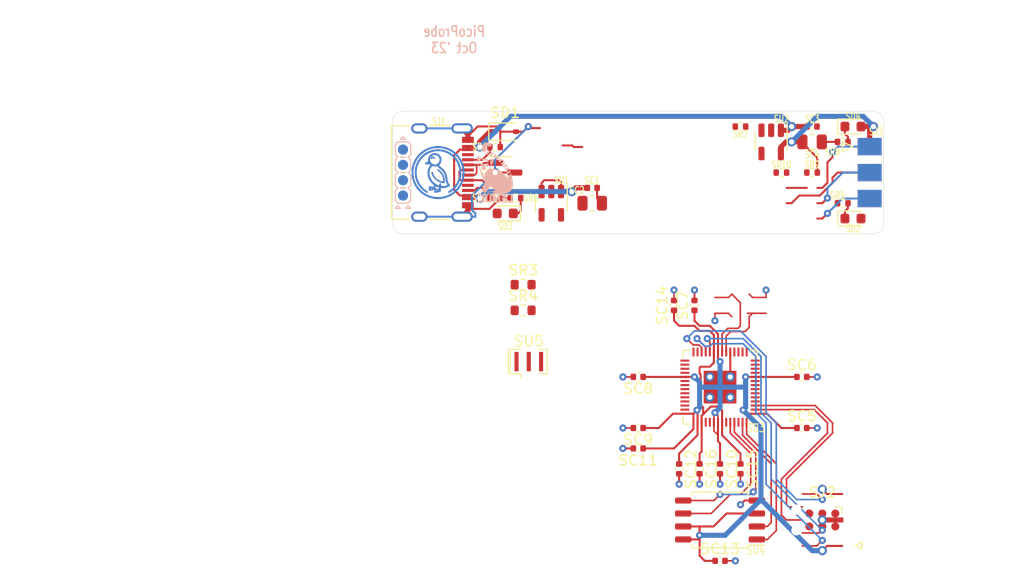
<source format=kicad_pcb>
(kicad_pcb (version 20221018) (generator pcbnew)
  (layers (0 "F.Cu" signal "Front") (31 "B.Cu" signal "Back") (34 "B.Paste" user) (35 "F.Paste" user) (36 "B.SilkS" user "B.Silkscreen") (37 "F.SilkS" user "F.Silkscreen") (38 "B.Mask" user) (39 "F.Mask" user) (44 "Edge.Cuts" user))
  (net 0 "")
  (net 1 "Svtarget")
  (net 2 "Starget_drv.swdio")
  (net 3 "Starget.reset")
  (net 4 "Starget_drv.swclk")
  (net 5 "Sgnd")
  (net 6 "Starget.swo")
  (net 7 "Smcu.usb_chain_0.d_N")
  (net 8 "Susb_chain_0.d_N")
  (net 9 "Smcu.usb_chain_0.d_P")
  (net 10 "Susb_chain_0.d_P")
  (net 11 "Starget_sense.output")
  (net 12 "Susb.conn.A5")
  (net 13 "Susb.conn.B5")
  (net 14 "Sv3v3")
  (net 15 "Sen_pull.io")
  (net 16 "Sled_tgt.res.a")
  (net 17 "Sled_usb.res.a")
  (net 18 "Sled_target.res.a")
  (net 19 "Svusb")
  (net 20 "Smcu.ic.qspi_cs")
  (net 21 "Smcu.ic.qspi.miso")
  (net 22 "Smcu.ic.qspi_sd2")
  (net 23 "Smcu.ic.qspi.mosi")
  (net 24 "Smcu.ic.qspi.sck")
  (net 25 "Smcu.ic.qspi_sd3")
  (net 26 "Smcu.xtal_node.driver.xtal_in")
  (net 27 "Smcu.xtal_node.driver.xtal_out")
  (net 28 "Smcu.ic.vreg_vout")
  (net 29 "Smcu.swd_node.swclk")
  (net 30 "Smcu.swd_node.swdio")
  (net 31 "Smcu.reset_node")
  (net 32 "Sled_tgt.signal")
  (net 33 "Sled_usb.signal")
  (net 34 "Smcu.swd.swo")
  (footprint "Capacitor_SMD:C_0402_1005Metric" (layer "F.Cu") (at 166 77 -90)
    (fp_text reference "SC10")
    (fp_text value "")
  )
  (footprint "Crystal:Resonator_SMD_Murata_CSTxExxV-3Pin_3.0x1.1mm" (layer "F.Cu") (at 147.3 66.5)
    (fp_text reference "SU5")
    (fp_text value "CSTNE12M0GH5L000R0 (Murata Electronics)")
  )
  (footprint "Capacitor_SMD:C_0402_1005Metric" (layer "F.Cu") (at 164 77 -90)
    (fp_text reference "SC16")
    (fp_text value "")
  )
  (footprint "Capacitor_SMD:C_0402_1005Metric" (layer "F.Cu") (at 174 73)
    (fp_text reference "SC5")
    (fp_text value "")
  )
  (footprint "LED_SMD:LED_0603_1608Metric" (layer "F.Cu") (at 145 52 180)
    (fp_text reference "SD3")
    (fp_text value "C2290 (Hubei KENTO Elec) - White 0603 Light Emitting Diodes (LED) RoHS")
  )
  (footprint "Capacitor_SMD:C_0402_1005Metric" (layer "F.Cu") (at 162 77 -90)
    (fp_text reference "SC12")
    (fp_text value "")
  )
  (footprint "Package_TO_SOT_SMD:SOT-23-5" (layer "F.Cu") (at 149.5 51 -90)
    (fp_text reference "SU1")
    (fp_text value "AP2204K-3.3 (Diodes Incorporated)")
  )
  (footprint "Capacitor_SMD:C_0402_1005Metric" (layer "F.Cu") (at 175 43.5)
    (fp_text reference "SC3")
    (fp_text value "")
  )
  (footprint "Capacitor_SMD:C_0805_2012Metric" (layer "F.Cu") (at 175 45)
    (fp_text reference "SC4")
    (fp_text value "")
  )
  (footprint "Capacitor_SMD:C_0402_1005Metric" (layer "F.Cu") (at 161.5 61 90)
    (fp_text reference "SC14")
    (fp_text value "")
  )
  (footprint "Capacitor_SMD:C_0402_1005Metric" (layer "F.Cu") (at 174 68)
    (fp_text reference "SC6")
    (fp_text value "")
  )
  (footprint "Resistor_SMD:R_0402_1005Metric" (layer "F.Cu") (at 178 45 180)
    (fp_text reference "SR8")
    (fp_text value "")
  )
  (footprint "Connector_USB:USB_C_Receptacle_XKB_U262-16XN-4BVC11" (layer "F.Cu") (at 137.675 48 -90)
    (fp_text reference "SJ1")
    (fp_text value "COM-15111 (Sparkfun)")
  )
  (footprint "Resistor_SMD:R_0402_1005Metric" (layer "F.Cu") (at 175 48 180)
    (fp_text reference "SR9")
    (fp_text value "")
  )
  (footprint "edg:JlcToolingHole_1.152mm" (layer "F.Cu") (at 148 48)
    (fp_text reference "SH2" hide)
    (fp_text value "")
  )
  (footprint "LED_SMD:LED_0603_1608Metric" (layer "F.Cu") (at 179 43.5)
    (fp_text reference "SD4")
    (fp_text value "")
  )
  (footprint "Capacitor_SMD:C_0402_1005Metric" (layer "F.Cu") (at 166 86)
    (fp_text reference "SC13")
    (fp_text value "")
  )
  (footprint "Connector:Tag-Connect_TC2030-IDC-NL_2x03_P1.27mm_Vertical" (layer "F.Cu") (at 176 82 180)
    (fp_text reference "SJ2")
    (fp_text value "")
  )
  (footprint "Resistor_SMD:R_0402_1005Metric" (layer "F.Cu") (at 168 43.5)
    (fp_text reference "SR7")
    (fp_text value "")
  )
  (footprint "Capacitor_SMD:C_0402_1005Metric" (layer "F.Cu") (at 163.5 61 90)
    (fp_text reference "SC7")
    (fp_text value "")
  )
  (footprint "Capacitor_SMD:C_0402_1005Metric" (layer "F.Cu") (at 158 73 180)
    (fp_text reference "SC9")
    (fp_text value "")
  )
  (footprint "Resistor_SMD:R_0402_1005Metric" (layer "F.Cu") (at 146 50.5 180)
    (fp_text reference "SR6")
    (fp_text value "")
  )
  (footprint "Capacitor_SMD:C_0402_1005Metric" (layer "F.Cu") (at 158 68 180)
    (fp_text reference "SC8")
    (fp_text value "")
  )
  (footprint "Capacitor_SMD:C_0402_1005Metric" (layer "F.Cu") (at 158 75 180)
    (fp_text reference "SC11")
    (fp_text value "")
  )
  (footprint "Resistor_SMD:R_0603_1608Metric" (layer "F.Cu") (at 146.745 58.975)
    (fp_text reference "SR3")
    (fp_text value "")
  )
  (footprint "Package_TO_SOT_SMD:SOT-23-5" (layer "F.Cu") (at 171 45 -90)
    (fp_text reference "SU2")
    (fp_text value "AP2204K-3.3 (Diodes Incorporated)")
  )
  (footprint "Capacitor_SMD:C_0402_1005Metric" (layer "F.Cu") (at 168 77 -90)
    (fp_text reference "SC15")
    (fp_text value "")
  )
  (footprint "Resistor_SMD:R_0402_1005Metric" (layer "F.Cu") (at 144 45.5 180)
    (fp_text reference "SR1")
    (fp_text value "")
  )
  (footprint "Resistor_SMD:R_0402_1005Metric" (layer "F.Cu") (at 144 50.5 180)
    (fp_text reference "SR2")
    (fp_text value "")
  )
  (footprint "Capacitor_SMD:C_0805_2012Metric" (layer "F.Cu") (at 153.5 51)
    (fp_text reference "SC2")
    (fp_text value "")
  )
  (footprint "edg:JlcToolingHole_1.152mm" (layer "F.Cu") (at 178.5 49.5)
    (fp_text reference "SH3" hide)
    (fp_text value "")
  )
  (footprint "Package_SO:SOIC-8_5.23x5.23mm_P1.27mm" (layer "F.Cu") (at 166 82 180)
    (fp_text reference "SU4")
    (fp_text value "W25Q128JVSIQ (Winbond Electronics)")
  )
  (footprint "Package_DFN_QFN:QFN-56-1EP_7x7mm_P0.4mm_EP3.2x3.2mm" (layer "F.Cu") (at 166 69 180)
    (fp_text reference "SU3")
    (fp_text value "RP2040 (Raspberry Pi)")
  )
  (footprint "LED_SMD:LED_0603_1608Metric" (layer "F.Cu") (at 179 52.5)
    (fp_text reference "SD2")
    (fp_text value "")
  )
  (footprint "Resistor_SMD:R_0402_1005Metric" (layer "F.Cu") (at 172 48 180)
    (fp_text reference "SR10")
    (fp_text value "")
  )
  (footprint "edg:PinHeader_2x03_P2.54mm_EdgeInline" (layer "F.Cu") (at 182 48)
    (fp_text reference "SJ3")
    (fp_text value "PinHeader2.54 Shrouded 2x3 (Generic)")
  )
  (footprint "Resistor_SMD:R_0402_1005Metric" (layer "F.Cu") (at 178 51 180)
    (fp_text reference "SR5")
    (fp_text value "")
  )
  (footprint "Resistor_SMD:R_0603_1608Metric" (layer "F.Cu") (at 146.745 61.485)
    (fp_text reference "SR4")
    (fp_text value "")
  )
  (footprint "edg:JlcToolingHole_1.152mm" (layer "F.Cu") (at 178.5 46.5)
    (fp_text reference "SH1" hide)
    (fp_text value "")
  )
  (footprint "Capacitor_SMD:C_0402_1005Metric" (layer "F.Cu") (at 153.5 49.5)
    (fp_text reference "SC1")
    (fp_text value "")
  )
  (footprint "Diode_SMD:D_SOD-323" (layer "F.Cu") (at 145 44)
    (fp_text reference "SD1")
    (fp_text value "BZT52-B5V6S_R1_00001 (PANJIT International) - 100nA@1V 40? Single 5.49V~5.71V 200mW 5.6V SOD-323 Zener Diodes ROHS")
  )
  (footprint "Package_TO_SOT_SMD:SOT-23" (layer "F.Cu") (at 145 48)
    (fp_text reference "SU6")
    (fp_text value "PESD5V0X1BT (Nexperia)")
  )
  (footprint "edg:Indicator_IdDots_4" (layer "B.Cu") (at 135 48 90)
    (fp_text reference "UU6" hide)
    (fp_text value "IdDots4")
  )
  (footprint "edg:Symbol_Duckling" (layer "B.Cu") (at 138.4241 48.0007 180)
    (fp_text reference "UU4" hide)
    (fp_text value "Duck" hide)
  )
  (footprint "edg:Symbol_LemurSmall" (layer "B.Cu") (at 144 48 180)
    (fp_text reference "UU5" hide)
    (fp_text value "Lemur" hide)
  )
  (gr_arc (start 134 43) (mid 134.292893 42.292893) (end 135 42) (stroke (width 0.0381)) (layer "Edge.Cuts"))
  (gr_arc (start 182 53) (mid 181.707107 53.707107) (end 181 54) (stroke (width 0.0381)) (layer "Edge.Cuts"))
  (gr_line (start 134 43) (end 134 53) (stroke (width 0.0381)) (layer "Edge.Cuts"))
  (gr_line (start 135 54) (end 181 54) (stroke (width 0.0381)) (layer "Edge.Cuts"))
  (gr_arc (start 181 42) (mid 181.707107 42.292893) (end 182 43) (stroke (width 0.0381)) (layer "Edge.Cuts"))
  (gr_line (start 181 42) (end 135 42) (stroke (width 0.0381)) (layer "Edge.Cuts"))
  (gr_line (start 182 53) (end 182 43) (stroke (width 0.0381)) (layer "Edge.Cuts"))
  (gr_arc (start 135 54) (mid 134.292893 53.707107) (end 134 53) (stroke (width 0.0381)) (layer "Edge.Cuts"))
  (gr_text "PicoProbe\nOct '23" (at 140 35) (layer "B.SilkS") (effects (font (size 1 0.8)) (justify mirror)))
  (gr_text "△" (at 179.5 84.5 90) (layer "F.SilkS") (effects (font (size 0.8 0.8))))
  (segment (start 165.8 63.8) (end 165 63) (width 0.2) (layer "F.Cu") (net 0))
  (segment (start 168.6 71.6) (end 168.25 71.25) (width 0.2) (layer "F.Cu") (net 0))
  (segment (start 152.52 45.5) (end 151.7001 45.5) (width 0.2) (layer "F.Cu") (net 0))
  (segment (start 165.5 61.775) (end 166.825 61.775) (width 0.16) (layer "F.Cu") (net 0))
  (segment (start 164 83.91) (end 164 85.5) (width 0.2) (layer "F.Cu") (net 0))
  (segment (start 164 63) (end 163.5 62.5) (width 0.2) (layer "F.Cu") (net 0))
  (segment (start 169.175 60.225) (end 168.85 59.9) (width 0.16) (layer "F.Cu") (net 0))
  (segment (start 165.5 71.5) (end 165.8 71.8) (width 0.15) (layer "F.Cu") (net 0))
  (segment (start 162.5625 71.6) (end 163.4 71.6) (width 0.2) (layer "F.Cu") (net 0))
  (segment (start 164 83.5) (end 164 82.635) (width 0.2) (layer "F.Cu") (net 0))
  (segment (start 163.4 73.1) (end 161.5 75) (width 0.2) (layer "F.Cu") (net 0))
  (segment (start 163.5 62.5) (end 163.5 61.775) (width 0.2) (layer "F.Cu") (net 0))
  (segment (start 177.95 84.54) (end 176.46 84.54) (width 0.2) (layer "F.Cu") (net 0))
  (segment (start 169.4375 71.6) (end 168.6 71.6) (width 0.2) (layer "F.Cu") (net 0))
  (segment (start 161.5 75) (end 158.775 75) (width 0.2) (layer "F.Cu") (net 0))
  (segment (start 172.51 49.5) (end 174.49 49.5) (width 0.2) (layer "F.Cu") (net 0))
  (segment (start 176.46 84.54) (end 176 85) (width 0.2) (layer "F.Cu") (net 0))
  (segment (start 165.4 71.6) (end 165.4 72.4375) (width 0.15) (layer "F.Cu") (net 0))
  (segment (start 163.4 72.4375) (end 163.4 71.6) (width 0.2) (layer "F.Cu") (net 0))
  (segment (start 169.4375 68) (end 173.225 68) (width 0.2) (layer "F.Cu") (net 0))
  (segment (start 165.8 65.5625) (end 165.8 63.8) (width 0.2) (layer "F.Cu") (net 0))
  (segment (start 151.7001 45.5) (end 151.5501 45.35) (width 0.2) (layer "F.Cu") (net 0))
  (segment (start 163.8 72.4375) (end 163.8 73.7) (width 0.2) (layer "F.Cu") (net 0))
  (segment (start 165.135 82.635) (end 162.4 82.635) (width 0.2) (layer "F.Cu") (net 0))
  (segment (start 173.225 73) (end 172 73) (width 0.2) (layer "F.Cu") (net 0))
  (segment (start 166.635 81.365) (end 169.6 81.365) (width 0.2) (layer "F.Cu") (net 0))
  (segment (start 163.4 71.6) (end 163.75 71.25) (width 0.2) (layer "F.Cu") (net 0))
  (segment (start 170.6 71.6) (end 172 73) (width 0.2) (layer "F.Cu") (net 0))
  (segment (start 163.8 71.3) (end 163.75 71.25) (width 0.2) (layer "F.Cu") (net 0))
  (segment (start 165.8 65.5625) (end 165.8 66.3) (width 0.2) (layer "F.Cu") (net 0))
  (segment (start 166 74.5) (end 166 76.225) (width 0.2) (layer "F.Cu") (net 0))
  (segment (start 165.8 66.3) (end 166 66.5) (width 0.2) (layer "F.Cu") (net 0))
  (segment (start 160 73) (end 158.775 73) (width 0.2) (layer "F.Cu") (net 0))
  (segment (start 150.6 45.35) (end 151.5501 45.35) (width 0.2) (layer "F.Cu") (net 0))
  (segment (start 169.4375 68) (end 168.5 68) (width 0.2) (layer "F.Cu") (net 0))
  (segment (start 163.8 73.7) (end 162 75.5) (width 0.2) (layer "F.Cu") (net 0))
  (segment (start 163.4 72.4375) (end 163.4 73.1) (width 0.2) (layer "F.Cu") (net 0))
  (segment (start 165.5 71.5) (end 165.4 71.6) (width 0.15) (layer "F.Cu") (net 0))
  (segment (start 166.825 61.775) (end 167.15 62.1) (width 0.16) (layer "F.Cu") (net 0))
  (segment (start 165.8 73.7) (end 165.8 74.3) (width 0.2) (layer "F.Cu") (net 0))
  (segment (start 162.5625 71.6) (end 161.4 71.6) (width 0.2) (layer "F.Cu") (net 0))
  (segment (start 164 83.91) (end 164 82.635) (width 0.2) (layer "F.Cu") (net 0))
  (segment (start 162 75.5) (end 162 76.225) (width 0.2) (layer "F.Cu") (net 0))
  (segment (start 170.5 60.225) (end 170.5 59.5) (width 0.15) (layer "F.Cu") (net 0))
  (segment (start 165.4 72.4375) (end 165.4 73.3) (width 0.15) (layer "F.Cu") (net 0))
  (segment (start 165.8 72.4375) (end 165.8 73.7) (width 0.2) (layer "F.Cu") (net 0))
  (segment (start 165.8 74.3) (end 166 74.5) (width 0.2) (layer "F.Cu") (net 0))
  (segment (start 169.4375 71.6) (end 170.6 71.6) (width 0.2) (layer "F.Cu") (net 0))
  (segment (start 164.5 86) (end 165.225 86) (width 0.2) (layer "F.Cu") (net 0))
  (segment (start 162.4 83.905) (end 163.995 83.905) (width 0.2) (layer "F.Cu") (net 0))
  (segment (start 164 83.5) (end 164 83.9) (width 0.2) (layer "F.Cu") (net 0))
  (segment (start 165 63) (end 164 63) (width 0.2) (layer "F.Cu") (net 0))
  (segment (start 163.8 72.4375) (end 163.8 71.3) (width 0.2) (layer "F.Cu") (net 0))
  (segment (start 165.365 82.635) (end 166.635 81.365) (width 0.2) (layer "F.Cu") (net 0))
  (segment (start 164 82.635) (end 165.135 82.635) (width 0.2) (layer "F.Cu") (net 0))
  (segment (start 162.5625 68) (end 158.775 68) (width 0.2) (layer "F.Cu") (net 0))
  (segment (start 163.995 83.905) (end 164 83.9) (width 0.2) (layer "F.Cu") (net 0))
  (segment (start 162.5625 68) (end 163.5 68) (width 0.2) (layer "F.Cu") (net 0))
  (segment (start 165.5 61.775) (end 165.5 62.5) (width 0.15) (layer "F.Cu") (net 0))
  (segment (start 164 85.5) (end 164.5 86) (width 0.2) (layer "F.Cu") (net 0))
  (segment (start 165.135 82.635) (end 165.365 82.635) (width 0.2) (layer "F.Cu") (net 0))
  (segment (start 165.4 73.3) (end 165.8 73.7) (width 0.15) (layer "F.Cu") (net 0))
  (segment (start 165.8 71.8) (end 165.8 72.4375) (width 0.15) (layer "F.Cu") (net 0))
  (segment (start 170.5 60.225) (end 169.175 60.225) (width 0.16) (layer "F.Cu") (net 0))
  (segment (start 161.4 71.6) (end 160 73) (width 0.2) (layer "F.Cu") (net 0))
  (via (at 168.25 71.25) (size 0.7) (drill 0.3) (layers "F.Cu" "B.Cu") (net 0))
  (via (at 168.5 68) (size 0.7) (drill 0.3) (layers "F.Cu" "B.Cu") (net 0))
  (via (at 163.5 68) (size 0.7) (drill 0.3) (layers "F.Cu" "B.Cu") (net 0))
  (via (at 166 66.5) (size 0.7) (drill 0.3) (layers "F.Cu" "B.Cu") (net 0))
  (via (at 165.5 71.5) (size 0.7) (drill 0.3) (layers "F.Cu" "B.Cu") (net 0))
  (via (at 164 83.5) (size 0.7) (drill 0.3) (layers "F.Cu" "B.Cu") (net 0))
  (via (at 176 85) (size 0.9) (drill 0.5) (layers "F.Cu" "B.Cu") (net 0))
  (via (at 170.5 59.5) (size 0.7) (drill 0.3) (layers "F.Cu" "B.Cu") (net 0))
  (via (at 163.75 71.25) (size 0.7) (drill 0.3) (layers "F.Cu" "B.Cu") (net 0))
  (via (at 165.5 62.5) (size 0.7) (drill 0.3) (layers "F.Cu" "B.Cu") (net 0))
  (segment (start 164 83.5) (end 166.5 83.5) (width 0.5) (layer "B.Cu") (net 0))
  (segment (start 164 68.5) (end 163.5 68) (width 0.5) (layer "B.Cu") (net 0))
  (segment (start 170 80) (end 170 73) (width 0.5) (layer "B.Cu") (net 0))
  (segment (start 168.5 71) (end 168.5 69.5) (width 0.5) (layer "B.Cu") (net 0))
  (segment (start 166 71) (end 165.5 71.5) (width 0.5) (layer "B.Cu") (net 0))
  (segment (start 175 85) (end 176 85) (width 0.5) (layer "B.Cu") (net 0))
  (segment (start 166 69) (end 164 69) (width 0.5) (layer "B.Cu") (net 0))
  (segment (start 166 69) (end 166 66.5) (width 0.5) (layer "B.Cu") (net 0))
  (segment (start 168.25 71.25) (end 168.5 71) (width 0.5) (layer "B.Cu") (net 0))
  (segment (start 166 69) (end 166 71) (width 0.5) (layer "B.Cu") (net 0))
  (segment (start 170 73) (end 168.25 71.25) (width 0.5) (layer "B.Cu") (net 0))
  (segment (start 164 69) (end 164 68.5) (width 0.5) (layer "B.Cu") (net 0))
  (segment (start 168.5 69) (end 166 69) (width 0.5) (layer "B.Cu") (net 0))
  (segment (start 166.5 83.5) (end 170 80) (width 0.5) (layer "B.Cu") (net 0))
  (segment (start 168.5 69.5) (end 168.5 69) (width 0.5) (layer "B.Cu") (net 0))
  (segment (start 164 71) (end 163.75 71.25) (width 0.5) (layer "B.Cu") (net 0))
  (segment (start 164 69) (end 164 71) (width 0.5) (layer "B.Cu") (net 0))
  (segment (start 170 80) (end 175 85) (width 0.5) (layer "B.Cu") (net 0))
  (segment (start 168.5 69) (end 168.5 68.5) (width 0.5) (layer "B.Cu") (net 0))
  (segment (start 168.5 68.5) (end 168.5 68) (width 0.5) (layer "B.Cu") (net 0))
  (segment (start 172.45 45) (end 173 45) (width 0.5) (layer "F.Cu") (net 1))
  (segment (start 179.788 43.5) (end 179.7875 43.5) (width 0.2) (layer "F.Cu") (net 1))
  (segment (start 180.63 43.87) (end 181 43.5) (width 0.5) (layer "F.Cu") (net 1))
  (segment (start 174.05 45) (end 173.9563 45) (width 0.5) (layer "F.Cu") (net 1))
  (segment (start 173.9563 45) (end 173 45) (width 0.5) (layer "F.Cu") (net 1))
  (segment (start 173.9563 45) (end 175.51 46.5537) (width 0.2) (layer "F.Cu") (net 1))
  (segment (start 175.51 46.5537) (end 175.51 48) (width 0.2) (layer "F.Cu") (net 1))
  (segment (start 171.95 45.5) (end 172.45 45) (width 0.5) (layer "F.Cu") (net 1))
  (segment (start 179.788 43.5) (end 181 43.5) (width 0.5) (layer "F.Cu") (net 1))
  (segment (start 180.63 45.46) (end 180.63 43.87) (width 0.5) (layer "F.Cu") (net 1))
  (segment (start 171.95 46.1375) (end 171.95 45.5) (width 0.5) (layer "F.Cu") (net 1))
  (via (at 181 43.5) (size 0.9) (drill 0.5) (layers "F.Cu" "B.Cu") (net 1))
  (via (at 173 45) (size 0.9) (drill 0.5) (layers "F.Cu" "B.Cu") (net 1))
  (segment (start 180 42.5) (end 175.5 42.5) (width 0.5) (layer "B.Cu") (net 1))
  (segment (start 175.5 42.5) (end 173 45) (width 0.5) (layer "B.Cu") (net 1))
  (segment (start 181 43.5) (end 180 42.5) (width 0.5) (layer "B.Cu") (net 1))
  (segment (start 176.5 47) (end 177 46.5) (width 0.2) (layer "F.Cu") (net 2))
  (segment (start 177 46.5) (end 177 46) (width 0.2) (layer "F.Cu") (net 2))
  (segment (start 175.51 49.5) (end 176 49.5) (width 0.2) (layer "F.Cu") (net 2))
  (segment (start 176.5 49) (end 176.5 47) (width 0.2) (layer "F.Cu") (net 2))
  (segment (start 176 49.5) (end 176.5 49) (width 0.2) (layer "F.Cu") (net 2))
  (via (at 177 46) (size 0.7) (drill 0.3) (layers "F.Cu" "B.Cu") (net 2))
  (segment (start 177.54 45.46) (end 180.63 45.46) (width 0.2) (layer "B.Cu") (net 2))
  (segment (start 177 46) (end 177.54 45.46) (width 0.2) (layer "B.Cu") (net 2))
  (segment (start 180.63 48) (end 177.5 48) (width 0.2) (layer "F.Cu") (net 3))
  (segment (start 177 49) (end 175.75 50.25) (width 0.2) (layer "F.Cu") (net 3))
  (segment (start 177.5 48) (end 177 48.5) (width 0.2) (layer "F.Cu") (net 3))
  (segment (start 173.75 50.25) (end 173 51) (width 0.2) (layer "F.Cu") (net 3))
  (segment (start 177 48.5) (end 177 49) (width 0.2) (layer "F.Cu") (net 3))
  (segment (start 173 51) (end 172.51 51) (width 0.2) (layer "F.Cu") (net 3))
  (segment (start 175.75 50.25) (end 173.75 50.25) (width 0.2) (layer "F.Cu") (net 3))
  (segment (start 176.5 50.5) (end 176 51) (width 0.2) (layer "F.Cu") (net 4))
  (segment (start 176 51) (end 175.51 51) (width 0.2) (layer "F.Cu") (net 4))
  (via (at 176.5 50.5) (size 0.7) (drill 0.3) (layers "F.Cu" "B.Cu") (net 4))
  (segment (start 178 48) (end 180.63 48) (width 0.2) (layer "B.Cu") (net 4))
  (segment (start 176.5 50.5) (end 176.5 49.5) (width 0.2) (layer "B.Cu") (net 4))
  (segment (start 176.5 49.5) (end 178 48) (width 0.2) (layer "B.Cu") (net 4))
  (segment (start 157.225 73) (end 156.5 73) (width 0.15) (layer "F.Cu") (net 5))
  (segment (start 141.345 51.5525) (end 141.345 51.755) (width 0.5) (layer "F.Cu") (net 5))
  (segment (start 141.345 44.245) (end 140.78 43.68) (width 0.5) (layer "F.Cu") (net 5))
  (segment (start 166 69) (end 165 70) (width 0.15) (layer "F.Cu") (net 5))
  (segment (start 142.3039 43.4886) (end 144.2544 43.4886) (width 0.2) (layer "F.Cu") (net 5))
  (segment (start 144.2544 43.4886) (end 144.51 43.7442) (width 0.2) (layer "F.Cu") (net 5))
  (segment (start 141.345 51.755) (end 140.78 52.32) (width 0.5) (layer "F.Cu") (net 5))
  (segment (start 166.775 86) (end 167.5 86) (width 0.16) (layer "F.Cu") (net 5))
  (segment (start 146.05 44) (end 146.75 44) (width 0.2) (layer "F.Cu") (net 5))
  (segment (start 143.4575 51.5525) (end 144.51 50.5) (width 0.2) (layer "F.Cu") (net 5))
  (segment (start 144.51 44) (end 146.05 44) (width 0.2) (layer "F.Cu") (net 5))
  (segment (start 141.345 44.4475) (end 142.3039 43.4886) (width 0.2) (layer "F.Cu") (net 5))
  (segment (start 141.345 51.5525) (end 143.4575 51.5525) (width 0.2) (layer "F.Cu") (net 5))
  (segment (start 166 69) (end 165 68) (width 0.15) (layer "F.Cu") (net 5))
  (segment (start 146.75 44) (end 147.25 43.5) (width 0.2) (layer "F.Cu") (net 5))
  (segment (start 167 65.5625) (end 167 68) (width 0.2) (layer "F.Cu") (net 5))
  (segment (start 141.345 44.95) (end 141.345 44.65) (width 0.2) (layer "F.Cu") (net 5))
  (segment (start 141.345 51.35) (end 141.345 51.5525) (width 0.5) (layer "F.Cu") (net 5))
  (segment (start 162 77.775) (end 162 78.5) (width 0.2) (layer "F.Cu") (net 5))
  (segment (start 144.51 44) (end 144.51 45.5) (width 0.2) (layer "F.Cu") (net 5))
  (segment (start 141.345 44.65) (end 141.345 44.4475) (width 0.5) (layer "F.Cu") (net 5))
  (segment (start 166 69) (end 167 70) (width 0.15) (layer "F.Cu") (net 5))
  (segment (start 174.775 68) (end 175.5 68) (width 0.15) (layer "F.Cu") (net 5))
  (segment (start 145.9375 48) (end 144 48) (width 0.2) (layer "F.Cu") (net 5))
  (segment (start 166 77.775) (end 166 78.5) (width 0.2) (layer "F.Cu") (net 5))
  (segment (start 177.95 79.46) (end 176.46 79.46) (width 0.2) (layer "F.Cu") (net 5))
  (segment (start 157.225 75) (end 156.5 75) (width 0.2) (layer "F.Cu") (net 5))
  (segment (start 141.345 51.05) (end 141.345 51.35) (width 0.2) (layer "F.Cu") (net 5))
  (segment (start 176.46 79.46) (end 176 79) (width 0.2) (layer "F.Cu") (net 5))
  (segment (start 168.405 80.095) (end 169.6 80.095) (width 0.2) (layer "F.Cu") (net 5))
  (segment (start 168 77.775) (end 168 78.5) (width 0.15) (layer "F.Cu") (net 5))
  (segment (start 144.51 50.5) (end 145.49 50.5) (width 0.2) (layer "F.Cu") (net 5))
  (segment (start 145.938 48) (end 145.9375 48) (width 0.2) (layer "F.Cu") (net 5))
  (segment (start 168 80.5) (end 168.405 80.095) (width 0.2) (layer "F.Cu") (net 5))
  (segment (start 154.45 51) (end 153.98 50.53) (width 0.2) (layer "F.Cu") (net 5))
  (segment (start 163.5 60.225) (end 163.5 59.5) (width 0.2) (layer "F.Cu") (net 5))
  (segment (start 153.98 50.53) (end 153.98 49.5) (width 0.2) (layer "F.Cu") (net 5))
  (segment (start 164 77.775) (end 164 78.5) (width 0.2) (layer "F.Cu") (net 5))
  (segment (start 166 69) (end 167 68) (width 0.15) (layer "F.Cu") (net 5))
  (segment (start 161.5 60.225) (end 161.5 59.5) (width 0.15) (layer "F.Cu") (net 5))
  (segment (start 141.345 44.4475) (end 141.345 44.245) (width 0.5) (layer "F.Cu") (net 5))
  (segment (start 177.95 82) (end 176 82) (width 0.5) (layer "F.Cu") (net 5))
  (segment (start 175.95 45) (end 177.49 45) (width 0.2) (layer "F.Cu") (net 5))
  (segment (start 174.775 73) (end 175.5 73) (width 0.15) (layer "F.Cu") (net 5))
  (segment (start 147.4 43.65) (end 147.25 43.5) (width 0.2) (layer "F.Cu") (net 5))
  (segment (start 148.4 43.65) (end 147.4 43.65) (width 0.2) (layer "F.Cu") (net 5))
  (segment (start 157.225 68) (end 156.5 68) (width 0.15) (layer "F.Cu") (net 5))
  (segment (start 144.51 43.7442) (end 144.51 44) (width 0.2) (layer "F.Cu") (net 5))
  (via (at 166 78.5) (size 0.7) (drill 0.3) (layers "F.Cu" "B.Cu") (net 5))
  (via (at 156.5 68) (size 0.7) (drill 0.3) (layers "F.Cu" "B.Cu") (net 5))
  (via (at 175.5 68) (size 0.7) (drill 0.3) (layers "F.Cu" "B.Cu") (net 5))
  (via (at 168 80.5) (size 0.7) (drill 0.3) (layers "F.Cu" "B.Cu") (net 5))
  (via (at 168 78.5) (size 0.7) (drill 0.3) (layers "F.Cu" "B.Cu") (net 5))
  (via (at 167.5 86) (size 0.7) (drill 0.3) (layers "F.Cu" "B.Cu") (net 5))
  (via (at 162 78.5) (size 0.7) (drill 0.3) (layers "F.Cu" "B.Cu") (net 5))
  (via (at 176 79) (size 0.9) (drill 0.5) (layers "F.Cu" "B.Cu") (net 5))
  (via (at 176 82) (size 0.9) (drill 0.5) (layers "F.Cu" "B.Cu") (net 5))
  (via (at 144 48) (size 0.9) (drill 0.5) (layers "F.Cu" "B.Cu") (net 5))
  (via (at 164 78.5) (size 0.7) (drill 0.3) (layers "F.Cu" "B.Cu") (net 5))
  (via (at 165 70) (size 0.9) (drill 0.5) (layers "F.Cu" "B.Cu") (net 5))
  (via (at 147.25 43.5) (size 0.7) (drill 0.3) (layers "F.Cu" "B.Cu") (net 5))
  (via (at 175.5 73) (size 0.7) (drill 0.3) (layers "F.Cu" "B.Cu") (net 5))
  (via (at 167 70) (size 0.9) (drill 0.5) (layers "F.Cu" "B.Cu") (net 5))
  (via (at 156.5 75) (size 0.7) (drill 0.3) (layers "F.Cu" "B.Cu") (net 5))
  (via (at 165 68) (size 0.9) (drill 0.5) (layers "F.Cu" "B.Cu") (net 5))
  (via (at 167 68) (size 0.9) (drill 0.5) (layers "F.Cu" "B.Cu") (net 5))
  (via (at 163.5 59.5) (size 0.7) (drill 0.3) (layers "F.Cu" "B.Cu") (net 5))
  (via (at 161.5 59.5) (size 0.7) (drill 0.3) (layers "F.Cu" "B.Cu") (net 5))
  (via (at 156.5 73) (size 0.7) (drill 0.3) (layers "F.Cu" "B.Cu") (net 5))
  (segment (start 141.7505 50.2495) (end 141.7505 51.6797) (width 0.2) (layer "B.Cu") (net 5))
  (segment (start 141.7505 51.6797) (end 142.0801 52.0093) (width 0.2) (layer "B.Cu") (net 5))
  (segment (start 140.78 52.32) (end 142.0801 52.32) (width 0.2) (layer "B.Cu") (net 5))
  (segment (start 140.78 43.68) (end 136.6 43.68) (width 0.2) (layer "B.Cu") (net 5))
  (segment (start 136.6 52.32) (end 140.78 52.32) (width 0.2) (layer "B.Cu") (net 5))
  (segment (start 147.25 43.5) (end 144 46.75) (width 0.2) (layer "B.Cu") (net 5))
  (segment (start 144 48) (end 141.7505 50.2495) (width 0.2) (layer "B.Cu") (net 5))
  (segment (start 142.0801 52.0093) (end 142.0801 52.32) (width 0.2) (layer "B.Cu") (net 5))
  (segment (start 144 46.75) (end 144 48) (width 0.2) (layer "B.Cu") (net 5))
  (segment (start 177 73.5) (end 177 72.5) (width 0.16) (layer "F.Cu") (net 6))
  (segment (start 172.5 80.5) (end 172.5 78) (width 0.16) (layer "F.Cu") (net 6))
  (segment (start 174.05 80.73) (end 172.73 80.73) (width 0.16) (layer "F.Cu") (net 6))
  (segment (start 173.5 77) (end 177 73.5) (width 0.16) (layer "F.Cu") (net 6))
  (segment (start 176 52.5) (end 176.5 52) (width 0.2) (layer "F.Cu") (net 6))
  (segment (start 175.3 70.8) (end 169.4375 70.8) (width 0.16) (layer "F.Cu") (net 6))
  (segment (start 172.73 80.73) (end 172.5 80.5) (width 0.16) (layer "F.Cu") (net 6))
  (segment (start 172.5 78) (end 173.5 77) (width 0.16) (layer "F.Cu") (net 6))
  (segment (start 177 72.5) (end 175.3 70.8) (width 0.16) (layer "F.Cu") (net 6))
  (segment (start 175.51 52.5) (end 176 52.5) (width 0.2) (layer "F.Cu") (net 6))
  (via (at 176.5 52) (size 0.7) (drill 0.3) (layers "F.Cu" "B.Cu") (net 6))
  (segment (start 176.5 52) (end 177.96 50.54) (width 0.2) (layer "B.Cu") (net 6))
  (segment (start 177.96 50.54) (end 180.63 50.54) (width 0.2) (layer "B.Cu") (net 6))
  (segment (start 142.2 47.25) (end 142.5 47.25) (width 0.16) (layer "F.Cu") (net 8))
  (segment (start 142.75 47.25) (end 142.95 47.05) (width 0.2) (layer "F.Cu") (net 8))
  (segment (start 142.2 47.25) (end 142.5 47.25) (width 0.2) (layer "F.Cu") (net 8))
  (segment (start 142.2 47.25) (end 142.5 47.25) (width 0.16) (layer "F.Cu") (net 8))
  (segment (start 141.67 47.25) (end 141.345 47.25) (width 0.15) (layer "F.Cu") (net 8))
  (segment (start 141.67 47.25) (end 141.935 47.25) (width 0.16) (layer "F.Cu") (net 8))
  (segment (start 141.67 48.25) (end 142 48.25) (width 0.16) (layer "F.Cu") (net 8))
  (segment (start 141.67 47.25) (end 141.935 47.25) (width 0.2) (layer "F.Cu") (net 8))
  (segment (start 141.935 47.25) (end 142.2 47.25) (width 0.2) (layer "F.Cu") (net 8))
  (segment (start 141.935 47.25) (end 142.2 47.25) (width 0.16) (layer "F.Cu") (net 8))
  (segment (start 142.5 47.25) (end 142.75 47.25) (width 0.2) (layer "F.Cu") (net 8))
  (segment (start 142.2 48.05) (end 142.2 47.25) (width 0.16) (layer "F.Cu") (net 8))
  (segment (start 142 48.25) (end 142.2 48.05) (width 0.16) (layer "F.Cu") (net 8))
  (segment (start 142.5 47.25) (end 142.75 47.25) (width 0.16) (layer "F.Cu") (net 8))
  (segment (start 142.95 47.05) (end 144.0625 47.05) (width 0.2) (layer "F.Cu") (net 8))
  (segment (start 141.67 48.25) (end 141.345 48.25) (width 0.15) (layer "F.Cu") (net 8))
  (segment (start 140.66 47.75) (end 141.345 47.75) (width 0.16) (layer "F.Cu") (net 10))
  (segment (start 142.95 48.95) (end 142.75 48.75) (width 0.2) (layer "F.Cu") (net 10))
  (segment (start 141.67 48.75) (end 141.345 48.75) (width 0.16) (layer "F.Cu") (net 10))
  (segment (start 140.5 48.59) (end 140.5 47.91) (width 0.16) (layer "F.Cu") (net 10))
  (segment (start 140.66 48.75) (end 140.5 48.59) (width 0.16) (layer "F.Cu") (net 10))
  (segment (start 140.5 47.91) (end 140.66 47.75) (width 0.16) (layer "F.Cu") (net 10))
  (segment (start 144.0625 48.95) (end 142.95 48.95) (width 0.2) (layer "F.Cu") (net 10))
  (segment (start 141.345 48.75) (end 140.66 48.75) (width 0.16) (layer "F.Cu") (net 10))
  (segment (start 142.75 48.75) (end 141.67 48.75) (width 0.2) (layer "F.Cu") (net 10))
  (segment (start 143.49 45.5) (end 143.49 46.015) (width 0.2) (layer "F.Cu") (net 12))
  (segment (start 143.003 46.5025) (end 142.755 46.75) (width 0.2) (layer "F.Cu") (net 12))
  (segment (start 142.755 46.75) (end 141.345 46.75) (width 0.2) (layer "F.Cu") (net 12))
  (segment (start 143.49 46.015) (end 143.003 46.5025) (width 0.2) (layer "F.Cu") (net 12))
  (segment (start 143 49.5) (end 143.49 49.99) (width 0.2) (layer "F.Cu") (net 13))
  (segment (start 143.49 49.99) (end 143.49 50.5) (width 0.2) (layer "F.Cu") (net 13))
  (segment (start 142.25 49.5) (end 143 49.5) (width 0.2) (layer "F.Cu") (net 13))
  (segment (start 141.345 49.75) (end 142 49.75) (width 0.2) (layer "F.Cu") (net 13))
  (segment (start 142 49.75) (end 142.25 49.5) (width 0.2) (layer "F.Cu") (net 13))
  (segment (start 172 78) (end 172.5 77.5) (width 0.16) (layer "F.Cu") (net 15))
  (segment (start 176.5 72.5) (end 175.2 71.2) (width 0.16) (layer "F.Cu") (net 15))
  (segment (start 175.2 71.2) (end 169.4375 71.2) (width 0.16) (layer "F.Cu") (net 15))
  (segment (start 176.5 73.5) (end 172.5 77.5) (width 0.16) (layer "F.Cu") (net 15))
  (segment (start 174.05 82) (end 172.5 82) (width 0.16) (layer "F.Cu") (net 15))
  (segment (start 172 81.5) (end 172 78) (width 0.16) (layer "F.Cu") (net 15))
  (segment (start 172.5 82) (end 172 81.5) (width 0.16) (layer "F.Cu") (net 15))
  (segment (start 176.5 72.5) (end 176.5 73.5) (width 0.16) (layer "F.Cu") (net 15))
  (segment (start 178.5 51.01) (end 178.51 51) (width 0.2) (layer "F.Cu") (net 16))
  (segment (start 178.212 52.1437) (end 178.2125 52.1442) (width 0.15) (layer "F.Cu") (net 16))
  (segment (start 178.2125 52.1442) (end 178.2125 52.5) (width 0.15) (layer "F.Cu") (net 16))
  (segment (start 178.212 52.5) (end 178.212 52.1437) (width 0.2) (layer "F.Cu") (net 16))
  (segment (start 178.212 51.7875) (end 178.5 51.5) (width 0.2) (layer "F.Cu") (net 16))
  (segment (start 178.5 51.5) (end 178.5 51.01) (width 0.2) (layer "F.Cu") (net 16))
  (segment (start 178.212 52.1437) (end 178.212 51.7875) (width 0.2) (layer "F.Cu") (net 16))
  (segment (start 146.51 51.74) (end 146.25 52) (width 0.2) (layer "F.Cu") (net 17))
  (segment (start 145.788 52) (end 145.7875 52) (width 0.15) (layer "F.Cu") (net 17))
  (segment (start 146.25 52) (end 145.788 52) (width 0.2) (layer "F.Cu") (net 17))
  (segment (start 146.51 50.5) (end 146.51 51.74) (width 0.2) (layer "F.Cu") (net 17))
  (segment (start 178.51 44.51) (end 178.51 45) (width 0.2) (layer "F.Cu") (net 18))
  (segment (start 178.2125 43.8557) (end 178.2125 43.5) (width 0.15) (layer "F.Cu") (net 18))
  (segment (start 178.212 43.8562) (end 178.2125 43.8557) (width 0.15) (layer "F.Cu") (net 18))
  (segment (start 178.212 43.5) (end 178.212 43.8562) (width 0.2) (layer "F.Cu") (net 18))
  (segment (start 178.212 43.8562) (end 178.212 44.2125) (width 0.2) (layer "F.Cu") (net 18))
  (segment (start 178.212 44.2125) (end 178.51 44.51) (width 0.2) (layer "F.Cu") (net 18))
  (segment (start 142.5 45.45) (end 141.67 45.45) (width 0.2) (layer "F.Cu") (net 19))
  (segment (start 153.02 49.5) (end 151.862 49.5) (width 0.5) (layer "F.Cu") (net 19))
  (segment (start 141.67 50.55) (end 142.38 50.55) (width 0.2) (layer "F.Cu") (net 19))
  (segment (start 142.5 45.5) (end 142.5 45.45) (width 0.5) (layer "F.Cu") (net 19))
  (segment (start 143.5 44) (end 143.95 44) (width 0.5) (layer "F.Cu") (net 19))
  (segment (start 142.38 50.55) (end 142.44 50.4897) (width 0.2) (layer "F.Cu") (net 19))
  (segment (start 141.345 45.75) (end 140.57 45.75) (width 0.2) (layer "F.Cu") (net 19))
  (segment (start 142.4897 50.4897) (end 142.5 50.5) (width 0.2) (layer "F.Cu") (net 19))
  (segment (start 142.5 45.45) (end 142.2 45.75) (width 0.2) (layer "F.Cu") (net 19))
  (segment (start 172.638 43.8625) (end 173 43.5) (width 0.5) (layer "F.Cu") (net 19))
  (segment (start 148.55 49.8625) (end 148.55 49.0172) (width 0.2) (layer "F.Cu") (net 19))
  (segment (start 140.57 45.75) (end 140 46.32) (width 0.2) (layer "F.Cu") (net 19))
  (segment (start 151.5 49.8625) (end 150.45 49.8625) (width 0.5) (layer "F.Cu") (net 19))
  (segment (start 140.57 50.25) (end 141.345 50.25) (width 0.2) (layer "F.Cu") (net 19))
  (segment (start 142.2 45.75) (end 141.67 45.75) (width 0.2) (layer "F.Cu") (net 19))
  (segment (start 140 46.32) (end 140 49.68) (width 0.2) (layer "F.Cu") (net 19))
  (segment (start 141.345 50.25) (end 142.32 50.25) (width 0.2) (layer "F.Cu") (net 19))
  (segment (start 151.862 49.5) (end 151.5 49.8625) (width 0.5) (layer "F.Cu") (net 19))
  (segment (start 142.32 50.25) (end 142.5 50.25) (width 0.2) (layer "F.Cu") (net 19))
  (segment (start 148.817 48.75) (end 150.25 48.75) (width 0.2) (layer "F.Cu") (net 19))
  (segment (start 142.5 50.4295) (end 142.32 50.25) (width 0.2) (layer "F.Cu") (net 19))
  (segment (start 141.67 50.55) (end 141.345 50.55) (width 0.2) (layer "F.Cu") (net 19))
  (segment (start 174.52 43.5) (end 173 43.5) (width 0.5) (layer "F.Cu") (net 19))
  (segment (start 150.45 48.95) (end 150.45 49.8625) (width 0.2) (layer "F.Cu") (net 19))
  (segment (start 142.5 45.45) (end 142.5 45) (width 0.5) (layer "F.Cu") (net 19))
  (segment (start 148.55 49.0172) (end 148.817 48.75) (width 0.2) (layer "F.Cu") (net 19))
  (segment (start 142.44 50.4897) (end 142.5 50.4295) (width 0.2) (layer "F.Cu") (net 19))
  (segment (start 141.345 45.75) (end 141.345 45.45) (width 0.2) (layer "F.Cu") (net 19))
  (segment (start 142.44 50.4897) (end 142.4897 50.4897) (width 0.2) (layer "F.Cu") (net 19))
  (segment (start 140 49.68) (end 140.57 50.25) (width 0.2) (layer "F.Cu") (net 19))
  (segment (start 171.95 43.8625) (end 172.638 43.8625) (width 0.5) (layer "F.Cu") (net 19))
  (segment (start 142.5 45) (end 143.5 44) (width 0.5) (layer "F.Cu") (net 19))
  (segment (start 150.25 48.75) (end 150.45 48.95) (width 0.2) (layer "F.Cu") (net 19))
  (segment (start 141.67 45.75) (end 141.345 45.75) (width 0.2) (layer "F.Cu") (net 19))
  (via (at 142.5 50.5) (size 0.9) (drill 0.5) (layers "F.Cu" "B.Cu") (net 19))
  (via (at 173 43.5) (size 0.9) (drill 0.5) (layers "F.Cu" "B.Cu") (net 19))
  (via (at 142.5 45.5) (size 0.9) (drill 0.5) (layers "F.Cu" "B.Cu") (net 19))
  (via (at 151.5 49.8625) (size 0.9) (drill 0.5) (layers "F.Cu" "B.Cu") (net 19))
  (segment (start 143.138 49.8625) (end 151.5 49.8625) (width 0.5) (layer "B.Cu") (net 19))
  (segment (start 142.5 45.5) (end 145.5 42.5) (width 0.5) (layer "B.Cu") (net 19))
  (segment (start 142.5 50.5) (end 143.138 49.8625) (width 0.5) (layer "B.Cu") (net 19))
  (segment (start 145.5 42.5) (end 172 42.5) (width 0.5) (layer "B.Cu") (net 19))
  (segment (start 172 42.5) (end 173 43.5) (width 0.5) (layer "B.Cu") (net 19))
  (segment (start 171.5 76.5) (end 171.5 83.036201) (width 0.16) (layer "F.Cu") (net 20))
  (segment (start 168.6 72.4375) (end 168.6 73.6) (width 0.16) (layer "F.Cu") (net 20))
  (segment (start 171.5 83.036201) (end 170.631201 83.905) (width 0.16) (layer "F.Cu") (net 20))
  (segment (start 168.6 73.6) (end 171.5 76.5) (width 0.16) (layer "F.Cu") (net 20))
  (segment (start 170.631201 83.905) (end 169.667401 83.905) (width 0.16) (layer "F.Cu") (net 20))
  (segment (start 168.2 73.7) (end 171 76.5) (width 0.16) (layer "F.Cu") (net 21))
  (segment (start 171 76.5) (end 171 82.25) (width 0.16) (layer "F.Cu") (net 21))
  (segment (start 170.615 82.635) (end 169.865 82.635) (width 0.16) (layer "F.Cu") (net 21))
  (segment (start 171 82.25) (end 170.615 82.635) (width 0.16) (layer "F.Cu") (net 21))
  (segment (start 168.2 72.4375) (end 168.2 73.7) (width 0.16) (layer "F.Cu") (net 21))
  (segment (start 166 79.5) (end 165.405 80.095) (width 0.16) (layer "F.Cu") (net 23))
  (segment (start 169.5 75.5) (end 167.4 73.4) (width 0.16) (layer "F.Cu") (net 23))
  (segment (start 169.25 79.25) (end 169.5 79) (width 0.16) (layer "F.Cu") (net 23))
  (segment (start 169.5 79) (end 169.5 75.5) (width 0.16) (layer "F.Cu") (net 23))
  (segment (start 167.4 73.4) (end 167.4 72.4375) (width 0.16) (layer "F.Cu") (net 23))
  (segment (start 165.405 80.095) (end 162.4 80.095) (width 0.16) (layer "F.Cu") (net 23))
  (via (at 169.25 79.25) (size 0.7) (drill 0.3) (layers "F.Cu" "B.Cu") (net 23))
  (via (at 166 79.5) (size 0.7) (drill 0.3) (layers "F.Cu" "B.Cu") (net 23))
  (segment (start 166 79.5) (end 169 79.5) (width 0.16) (layer "B.Cu") (net 23))
  (segment (start 169 79.5) (end 169.25 79.25) (width 0.16) (layer "B.Cu") (net 23))
  (segment (start 169 78.5) (end 168 79.5) (width 0.16) (layer "F.Cu") (net 24))
  (segment (start 168 79.5) (end 167 79.5) (width 0.16) (layer "F.Cu") (net 24))
  (segment (start 167 79.5) (end 165.135 81.365) (width 0.16) (layer "F.Cu") (net 24))
  (segment (start 167 73.5) (end 169 75.5) (width 0.16) (layer "F.Cu") (net 24))
  (segment (start 169 75.5) (end 169 78.5) (width 0.16) (layer "F.Cu") (net 24))
  (segment (start 165.135 81.365) (end 162.4 81.365) (width 0.16) (layer "F.Cu") (net 24))
  (segment (start 167 72.4375) (end 167 73.5) (width 0.16) (layer "F.Cu") (net 24))
  (segment (start 168.44 63.56) (end 168.85 63.15) (width 0.16) (layer "F.Cu") (net 26))
  (segment (start 169.175 61.775) (end 168.85 62.1) (width 0.16) (layer "F.Cu") (net 26))
  (segment (start 166.6 64) (end 167.04 63.56) (width 0.16) (layer "F.Cu") (net 26))
  (segment (start 167.04 63.56) (end 168.44 63.56) (width 0.16) (layer "F.Cu") (net 26))
  (segment (start 168.85 63.15) (end 168.85 62.1) (width 0.16) (layer "F.Cu") (net 26))
  (segment (start 170.5 61.775) (end 168.675 61.775) (width 0.16) (layer "F.Cu") (net 26))
  (segment (start 166.6 65.5625) (end 166.6 64) (width 0.16) (layer "F.Cu") (net 26))
  (segment (start 166.2 63.8) (end 166.75 63.25) (width 0.16) (layer "F.Cu") (net 27))
  (segment (start 166.75 63.25) (end 167.75 63.25) (width 0.16) (layer "F.Cu") (net 27))
  (segment (start 165.5 60.225) (end 166.825 60.225) (width 0.16) (layer "F.Cu") (net 27))
  (segment (start 167.98 63.02) (end 167.98 60.73) (width 0.16) (layer "F.Cu") (net 27))
  (segment (start 166.2 65.5625) (end 166.2 63.8) (width 0.16) (layer "F.Cu") (net 27))
  (segment (start 167.98 60.73) (end 167.15 59.9) (width 0.16) (layer "F.Cu") (net 27))
  (segment (start 166.825 60.225) (end 167.15 59.9) (width 0.16) (layer "F.Cu") (net 27))
  (segment (start 167.75 63.25) (end 167.98 63.02) (width 0.16) (layer "F.Cu") (net 27))
  (segment (start 164.2 75.3) (end 164 75.5) (width 0.2) (layer "F.Cu") (net 28))
  (segment (start 164 63.5) (end 165 63.5) (width 0.2) (layer "F.Cu") (net 28))
  (segment (start 165.1 70.9) (end 164.2 71.8) (width 0.15) (layer "F.Cu") (net 28))
  (segment (start 164.2 72.4375) (end 164.2 71.8) (width 0.2) (layer "F.Cu") (net 28))
  (segment (start 161.5 61.775) (end 161.5 62.5) (width 0.2) (layer "F.Cu") (net 28))
  (segment (start 164.2 71.8) (end 164.35 71.65) (width 0.2) (layer "F.Cu") (net 28))
  (segment (start 164.35 71.001471) (end 164 70.651471) (width 0.2) (layer "F.Cu") (net 28))
  (segment (start 164.35 71.65) (end 164.35 71.001471) (width 0.2) (layer "F.Cu") (net 28))
  (segment (start 164 67.1) (end 164.1 67) (width 0.2) (layer "F.Cu") (net 28))
  (segment (start 162 63) (end 163.5 63) (width 0.2) (layer "F.Cu") (net 28))
  (segment (start 165.4 63.9) (end 165.4 65.5625) (width 0.2) (layer "F.Cu") (net 28))
  (segment (start 161.5 62.5) (end 162 63) (width 0.2) (layer "F.Cu") (net 28))
  (segment (start 164.1 68.248529) (end 164.1 67.751471) (width 0.2) (layer "F.Cu") (net 28))
  (segment (start 165.4 66.6) (end 165.4 65.5625) (width 0.2) (layer "F.Cu") (net 28))
  (segment (start 164 75.5) (end 164 76.225) (width 0.2) (layer "F.Cu") (net 28))
  (segment (start 164 67.651471) (end 164 67.1) (width 0.2) (layer "F.Cu") (net 28))
  (segment (start 164.1 67.751471) (end 164 67.651471) (width 0.2) (layer "F.Cu") (net 28))
  (segment (start 165 67) (end 165.4 66.6) (width 0.2) (layer "F.Cu") (net 28))
  (segment (start 166.2 73.7) (end 166.2 72.4375) (width 0.2) (layer "F.Cu") (net 28))
  (segment (start 164 68.348529) (end 164.1 68.248529) (width 0.2) (layer "F.Cu") (net 28))
  (segment (start 166.2 71.3) (end 166.2 72.4375) (width 0.2) (layer "F.Cu") (net 28))
  (segment (start 164.35 71.65) (end 165.1 70.9) (width 0.2) (layer "F.Cu") (net 28))
  (segment (start 168 75.5) (end 166.2 73.7) (width 0.2) (layer "F.Cu") (net 28))
  (segment (start 165.1 70.9) (end 165.8 70.9) (width 0.2) (layer "F.Cu") (net 28))
  (segment (start 164.2 72.4375) (end 164.2 75.3) (width 0.2) (layer "F.Cu") (net 28))
  (segment (start 164 70.651471) (end 164 68.348529) (width 0.2) (layer "F.Cu") (net 28))
  (segment (start 164.1 67) (end 165 67) (width 0.2) (layer "F.Cu") (net 28))
  (segment (start 163.5 63) (end 164 63.5) (width 0.2) (layer "F.Cu") (net 28))
  (segment (start 165 63.5) (end 165.4 63.9) (width 0.2) (layer "F.Cu") (net 28))
  (segment (start 165.8 70.9) (end 166.2 71.3) (width 0.2) (layer "F.Cu") (net 28))
  (segment (start 168 76.225) (end 168 75.5) (width 0.2) (layer "F.Cu") (net 28))
  (segment (start 165 64.5) (end 165 65.5625) (width 0.16) (layer "F.Cu") (net 29))
  (segment (start 174.05 83.27) (end 175.73 83.27) (width 0.16) (layer "F.Cu") (net 29))
  (segment (start 164.75 64.25) (end 165 64.5) (width 0.16) (layer "F.Cu") (net 29))
  (segment (start 175.73 83.27) (end 176 83) (width 0.16) (layer "F.Cu") (net 29))
  (via (at 176 83) (size 0.7) (drill 0.3) (layers "F.Cu" "B.Cu") (net 29))
  (via (at 164.75 64.25) (size 0.7) (drill 0.3) (layers "F.Cu" "B.Cu") (net 29))
  (segment (start 171 72.5) (end 171 78) (width 0.16) (layer "B.Cu") (net 29))
  (segment (start 168.25 64.25) (end 170 66) (width 0.16) (layer "B.Cu") (net 29))
  (segment (start 164.75 64.25) (end 168.25 64.25) (width 0.16) (layer "B.Cu") (net 29))
  (segment (start 170 71.5) (end 171 72.5) (width 0.16) (layer "B.Cu") (net 29))
  (segment (start 170 66) (end 170 71.5) (width 0.16) (layer "B.Cu") (net 29))
  (segment (start 171 78) (end 176 83) (width 0.16) (layer "B.Cu") (net 29))
  (segment (start 174.05 84.54) (end 175.46 84.54) (width 0.16) (layer "F.Cu") (net 30))
  (segment (start 164.6 65.090614) (end 164.6 65.5625) (width 0.16) (layer "F.Cu") (net 30))
  (segment (start 163.759386 64.25) (end 164.6 65.090614) (width 0.16) (layer "F.Cu") (net 30))
  (segment (start 163.75 64.25) (end 163.759386 64.25) (width 0.16) (layer "F.Cu") (net 30))
  (segment (start 175.46 84.54) (end 176 84) (width 0.16) (layer "F.Cu") (net 30))
  (via (at 163.75 64.25) (size 0.7) (drill 0.3) (layers "F.Cu" "B.Cu") (net 30))
  (via (at 176 84) (size 0.7) (drill 0.3) (layers "F.Cu" "B.Cu") (net 30))
  (segment (start 163.75 64.25) (end 164.5 65) (width 0.16) (layer "B.Cu") (net 30))
  (segment (start 169.5 66) (end 169.5 71.5) (width 0.16) (layer "B.Cu") (net 30))
  (segment (start 169.5 71.5) (end 170.5 72.5) (width 0.16) (layer "B.Cu") (net 30))
  (segment (start 168.25 64.75) (end 169.5 66) (width 0.16) (layer "B.Cu") (net 30))
  (segment (start 170.5 78.5) (end 176 84) (width 0.16) (layer "B.Cu") (net 30))
  (segment (start 164.5 65) (end 165 65) (width 0.16) (layer "B.Cu") (net 30))
  (segment (start 165 65) (end 165.25 64.75) (width 0.16) (layer "B.Cu") (net 30))
  (segment (start 165.25 64.75) (end 168.25 64.75) (width 0.16) (layer "B.Cu") (net 30))
  (segment (start 170.5 72.5) (end 170.5 78.5) (width 0.16) (layer "B.Cu") (net 30))
  (segment (start 175.46 79.46) (end 176 80) (width 0.16) (layer "F.Cu") (net 31))
  (segment (start 164.2 65.12902) (end 164.2 65.5625) (width 0.16) (layer "F.Cu") (net 31))
  (segment (start 162.75 64.25) (end 163.375 64.875) (width 0.16) (layer "F.Cu") (net 31))
  (segment (start 163.375 64.875) (end 163.94598 64.875) (width 0.16) (layer "F.Cu") (net 31))
  (segment (start 163.94598 64.875) (end 164.2 65.12902) (width 0.16) (layer "F.Cu") (net 31))
  (segment (start 174.05 79.46) (end 175.46 79.46) (width 0.16) (layer "F.Cu") (net 31))
  (via (at 176 80) (size 0.7) (drill 0.3) (layers "F.Cu" "B.Cu") (net 31))
  (via (at 162.75 64.25) (size 0.7) (drill 0.3) (layers "F.Cu" "B.Cu") (net 31))
  (segment (start 170.5 71.5) (end 171.5 72.5) (width 0.16) (layer "B.Cu") (net 31))
  (segment (start 163.5 63.5) (end 168 63.5) (width 0.16) (layer "B.Cu") (net 31))
  (segment (start 171.5 78) (end 173.5 80) (width 0.16) (layer "B.Cu") (net 31))
  (segment (start 173.5 80) (end 176 80) (width 0.16) (layer "B.Cu") (net 31))
  (segment (start 171.5 72.5) (end 171.5 78) (width 0.16) (layer "B.Cu") (net 31))
  (segment (start 168 63.5) (end 170.5 66) (width 0.16) (layer "B.Cu") (net 31))
  (segment (start 162.75 64.25) (end 163.5 63.5) (width 0.16) (layer "B.Cu") (net 31))
  (segment (start 170.5 66) (end 170.5 71.5) (width 0.16) (layer "B.Cu") (net 31))
)
</source>
